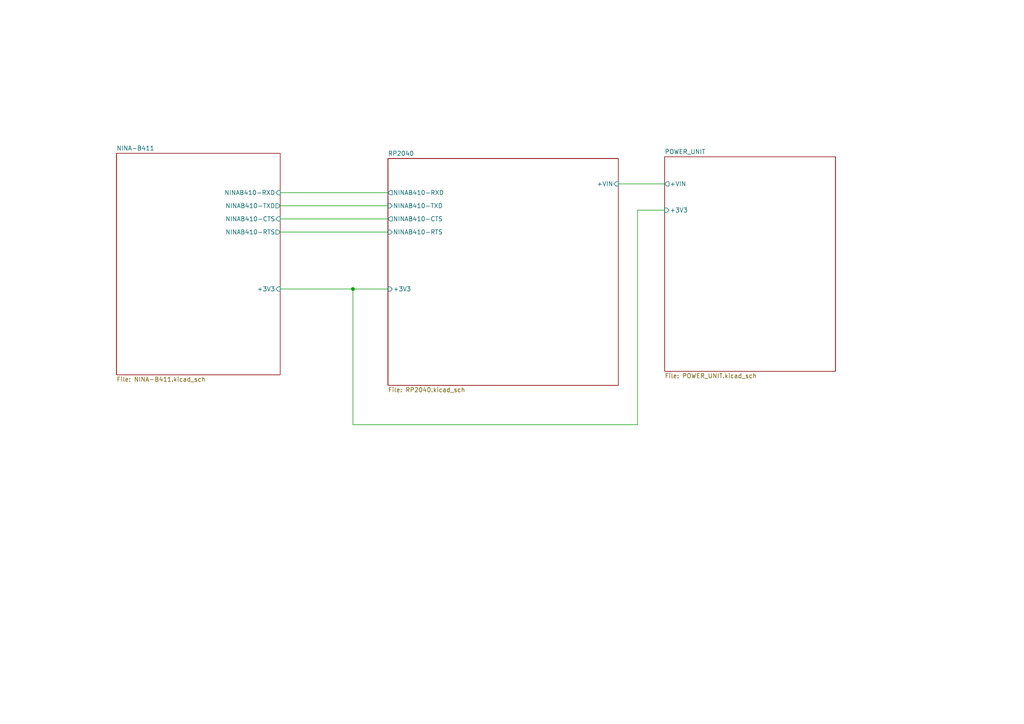
<source format=kicad_sch>
(kicad_sch (version 20230819) (generator eeschema)
  (paper "A4")
  (lib_symbols)
  (junction (at 102.362 83.82))
  (wire (pts (xy 102.362 83.82) (xy 112.522 83.82)))
  (wire (pts (xy 81.28 83.82) (xy 102.362 83.82)))
  (wire (pts (xy 102.362 83.82) (xy 102.362 123.19)))
  (wire (pts (xy 184.912 60.96) (xy 184.912 123.19)))
  (wire (pts (xy 81.28 55.88) (xy 112.522 55.88)))
  (wire (pts (xy 81.28 67.31) (xy 112.522 67.31)))
  (wire (pts (xy 184.912 60.96) (xy 192.786 60.96)))
  (wire (pts (xy 81.28 59.69) (xy 112.522 59.69)))
  (wire (pts (xy 81.28 63.5) (xy 112.522 63.5)))
  (wire (pts (xy 179.324 53.34) (xy 192.786 53.34)))
  (wire (pts (xy 102.362 123.19) (xy 184.912 123.19)))
  (sheet (at 33.782 44.45) (size 47.498 64.262) (stroke (width 0.1524))
    (property "Sheetname" "NINA-B411" (at 33.782 43.7384 0) (effects (justify left bottom)))
    (property "Sheetfile" "NINA-B411.kicad_sch" (at 33.782 109.2966 0) (effects (justify left top)))
    (pin "NINAB410-RXD" input (at 81.28 55.88 0))
    (pin "NINAB410-TXD" output (at 81.28 59.69 0))
    (pin "NINAB410-CTS" input (at 81.28 63.5 0))
    (pin "NINAB410-RTS" output (at 81.28 67.31 0))
    (pin "+3V3" input (at 81.28 83.82 0))
  )
  (sheet (at 112.522 45.974) (size 66.802 65.786) (stroke (width 0.1524))
    (property "Sheetname" "RP2040" (at 112.522 45.2624 0) (effects (justify left bottom)))
    (property "Sheetfile" "RP2040.kicad_sch" (at 112.522 112.3446 0) (effects (justify left top)))
    (pin "+VIN" input (at 179.324 53.34 0))
    (pin "+3V3" input (at 112.522 83.82 180))
    (pin "NINAB410-TXD" input (at 112.522 59.69 180))
    (pin "NINAB410-RXD" output (at 112.522 55.88 180))
    (pin "NINAB410-RTS" input (at 112.522 67.31 180))
    (pin "NINAB410-CTS" output (at 112.522 63.5 180))
  )
  (sheet (at 192.786 45.466) (size 49.53 62.23) (stroke (width 0.1524))
    (property "Sheetname" "POWER_UNIT" (at 192.786 44.7544 0) (effects (justify left bottom)))
    (property "Sheetfile" "POWER_UNIT.kicad_sch" (at 192.786 108.2806 0) (effects (justify left top)))
    (pin "+VIN" output (at 192.786 53.34 180))
    (pin "+3V3" input (at 192.786 60.96 180))
  )
)
</source>
